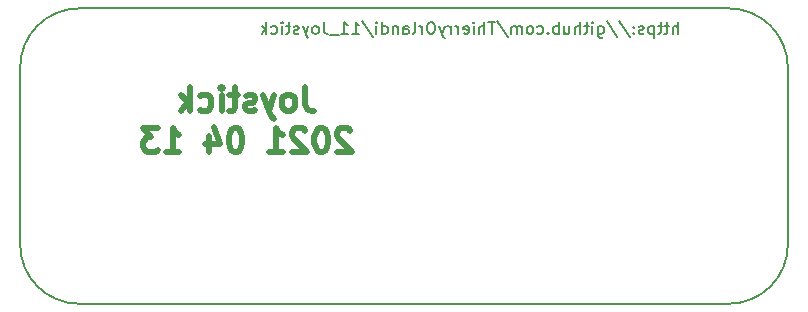
<source format=gbr>
%TF.GenerationSoftware,KiCad,Pcbnew,(5.1.6)-1*%
%TF.CreationDate,2021-04-13T16:40:33+02:00*%
%TF.ProjectId,11_Joystick,31315f4a-6f79-4737-9469-636b2e6b6963,rev?*%
%TF.SameCoordinates,Original*%
%TF.FileFunction,Legend,Bot*%
%TF.FilePolarity,Positive*%
%FSLAX46Y46*%
G04 Gerber Fmt 4.6, Leading zero omitted, Abs format (unit mm)*
G04 Created by KiCad (PCBNEW (5.1.6)-1) date 2021-04-13 16:40:33*
%MOMM*%
%LPD*%
G01*
G04 APERTURE LIST*
%ADD10C,0.500000*%
%ADD11C,0.150000*%
%TA.AperFunction,Profile*%
%ADD12C,0.150000*%
%TD*%
G04 APERTURE END LIST*
D10*
X159104761Y-136654761D02*
X159104761Y-138083333D01*
X159200000Y-138369047D01*
X159390476Y-138559523D01*
X159676190Y-138654761D01*
X159866666Y-138654761D01*
X157866666Y-138654761D02*
X158057142Y-138559523D01*
X158152380Y-138464285D01*
X158247619Y-138273809D01*
X158247619Y-137702380D01*
X158152380Y-137511904D01*
X158057142Y-137416666D01*
X157866666Y-137321428D01*
X157580952Y-137321428D01*
X157390476Y-137416666D01*
X157295238Y-137511904D01*
X157200000Y-137702380D01*
X157200000Y-138273809D01*
X157295238Y-138464285D01*
X157390476Y-138559523D01*
X157580952Y-138654761D01*
X157866666Y-138654761D01*
X156533333Y-137321428D02*
X156057142Y-138654761D01*
X155580952Y-137321428D02*
X156057142Y-138654761D01*
X156247619Y-139130952D01*
X156342857Y-139226190D01*
X156533333Y-139321428D01*
X154914285Y-138559523D02*
X154723809Y-138654761D01*
X154342857Y-138654761D01*
X154152380Y-138559523D01*
X154057142Y-138369047D01*
X154057142Y-138273809D01*
X154152380Y-138083333D01*
X154342857Y-137988095D01*
X154628571Y-137988095D01*
X154819047Y-137892857D01*
X154914285Y-137702380D01*
X154914285Y-137607142D01*
X154819047Y-137416666D01*
X154628571Y-137321428D01*
X154342857Y-137321428D01*
X154152380Y-137416666D01*
X153485714Y-137321428D02*
X152723809Y-137321428D01*
X153200000Y-136654761D02*
X153200000Y-138369047D01*
X153104761Y-138559523D01*
X152914285Y-138654761D01*
X152723809Y-138654761D01*
X152057142Y-138654761D02*
X152057142Y-137321428D01*
X152057142Y-136654761D02*
X152152380Y-136750000D01*
X152057142Y-136845238D01*
X151961904Y-136750000D01*
X152057142Y-136654761D01*
X152057142Y-136845238D01*
X150247619Y-138559523D02*
X150438095Y-138654761D01*
X150819047Y-138654761D01*
X151009523Y-138559523D01*
X151104761Y-138464285D01*
X151200000Y-138273809D01*
X151200000Y-137702380D01*
X151104761Y-137511904D01*
X151009523Y-137416666D01*
X150819047Y-137321428D01*
X150438095Y-137321428D01*
X150247619Y-137416666D01*
X149390476Y-138654761D02*
X149390476Y-136654761D01*
X149200000Y-137892857D02*
X148628571Y-138654761D01*
X148628571Y-137321428D02*
X149390476Y-138083333D01*
X162961904Y-140345238D02*
X162866666Y-140250000D01*
X162676190Y-140154761D01*
X162200000Y-140154761D01*
X162009523Y-140250000D01*
X161914285Y-140345238D01*
X161819047Y-140535714D01*
X161819047Y-140726190D01*
X161914285Y-141011904D01*
X163057142Y-142154761D01*
X161819047Y-142154761D01*
X160580952Y-140154761D02*
X160390476Y-140154761D01*
X160200000Y-140250000D01*
X160104761Y-140345238D01*
X160009523Y-140535714D01*
X159914285Y-140916666D01*
X159914285Y-141392857D01*
X160009523Y-141773809D01*
X160104761Y-141964285D01*
X160200000Y-142059523D01*
X160390476Y-142154761D01*
X160580952Y-142154761D01*
X160771428Y-142059523D01*
X160866666Y-141964285D01*
X160961904Y-141773809D01*
X161057142Y-141392857D01*
X161057142Y-140916666D01*
X160961904Y-140535714D01*
X160866666Y-140345238D01*
X160771428Y-140250000D01*
X160580952Y-140154761D01*
X159152380Y-140345238D02*
X159057142Y-140250000D01*
X158866666Y-140154761D01*
X158390476Y-140154761D01*
X158200000Y-140250000D01*
X158104761Y-140345238D01*
X158009523Y-140535714D01*
X158009523Y-140726190D01*
X158104761Y-141011904D01*
X159247619Y-142154761D01*
X158009523Y-142154761D01*
X156104761Y-142154761D02*
X157247619Y-142154761D01*
X156676190Y-142154761D02*
X156676190Y-140154761D01*
X156866666Y-140440476D01*
X157057142Y-140630952D01*
X157247619Y-140726190D01*
X153342857Y-140154761D02*
X153152380Y-140154761D01*
X152961904Y-140250000D01*
X152866666Y-140345238D01*
X152771428Y-140535714D01*
X152676190Y-140916666D01*
X152676190Y-141392857D01*
X152771428Y-141773809D01*
X152866666Y-141964285D01*
X152961904Y-142059523D01*
X153152380Y-142154761D01*
X153342857Y-142154761D01*
X153533333Y-142059523D01*
X153628571Y-141964285D01*
X153723809Y-141773809D01*
X153819047Y-141392857D01*
X153819047Y-140916666D01*
X153723809Y-140535714D01*
X153628571Y-140345238D01*
X153533333Y-140250000D01*
X153342857Y-140154761D01*
X150961904Y-140821428D02*
X150961904Y-142154761D01*
X151438095Y-140059523D02*
X151914285Y-141488095D01*
X150676190Y-141488095D01*
X147342857Y-142154761D02*
X148485714Y-142154761D01*
X147914285Y-142154761D02*
X147914285Y-140154761D01*
X148104761Y-140440476D01*
X148295238Y-140630952D01*
X148485714Y-140726190D01*
X146676190Y-140154761D02*
X145438095Y-140154761D01*
X146104761Y-140916666D01*
X145819047Y-140916666D01*
X145628571Y-141011904D01*
X145533333Y-141107142D01*
X145438095Y-141297619D01*
X145438095Y-141773809D01*
X145533333Y-141964285D01*
X145628571Y-142059523D01*
X145819047Y-142154761D01*
X146390476Y-142154761D01*
X146580952Y-142059523D01*
X146676190Y-141964285D01*
D11*
X190695238Y-132152380D02*
X190695238Y-131152380D01*
X190266666Y-132152380D02*
X190266666Y-131628571D01*
X190314285Y-131533333D01*
X190409523Y-131485714D01*
X190552380Y-131485714D01*
X190647619Y-131533333D01*
X190695238Y-131580952D01*
X189933333Y-131485714D02*
X189552380Y-131485714D01*
X189790476Y-131152380D02*
X189790476Y-132009523D01*
X189742857Y-132104761D01*
X189647619Y-132152380D01*
X189552380Y-132152380D01*
X189361904Y-131485714D02*
X188980952Y-131485714D01*
X189219047Y-131152380D02*
X189219047Y-132009523D01*
X189171428Y-132104761D01*
X189076190Y-132152380D01*
X188980952Y-132152380D01*
X188647619Y-131485714D02*
X188647619Y-132485714D01*
X188647619Y-131533333D02*
X188552380Y-131485714D01*
X188361904Y-131485714D01*
X188266666Y-131533333D01*
X188219047Y-131580952D01*
X188171428Y-131676190D01*
X188171428Y-131961904D01*
X188219047Y-132057142D01*
X188266666Y-132104761D01*
X188361904Y-132152380D01*
X188552380Y-132152380D01*
X188647619Y-132104761D01*
X187790476Y-132104761D02*
X187695238Y-132152380D01*
X187504761Y-132152380D01*
X187409523Y-132104761D01*
X187361904Y-132009523D01*
X187361904Y-131961904D01*
X187409523Y-131866666D01*
X187504761Y-131819047D01*
X187647619Y-131819047D01*
X187742857Y-131771428D01*
X187790476Y-131676190D01*
X187790476Y-131628571D01*
X187742857Y-131533333D01*
X187647619Y-131485714D01*
X187504761Y-131485714D01*
X187409523Y-131533333D01*
X186933333Y-132057142D02*
X186885714Y-132104761D01*
X186933333Y-132152380D01*
X186980952Y-132104761D01*
X186933333Y-132057142D01*
X186933333Y-132152380D01*
X186933333Y-131533333D02*
X186885714Y-131580952D01*
X186933333Y-131628571D01*
X186980952Y-131580952D01*
X186933333Y-131533333D01*
X186933333Y-131628571D01*
X185742857Y-131104761D02*
X186600000Y-132390476D01*
X184695238Y-131104761D02*
X185552380Y-132390476D01*
X183933333Y-131485714D02*
X183933333Y-132295238D01*
X183980952Y-132390476D01*
X184028571Y-132438095D01*
X184123809Y-132485714D01*
X184266666Y-132485714D01*
X184361904Y-132438095D01*
X183933333Y-132104761D02*
X184028571Y-132152380D01*
X184219047Y-132152380D01*
X184314285Y-132104761D01*
X184361904Y-132057142D01*
X184409523Y-131961904D01*
X184409523Y-131676190D01*
X184361904Y-131580952D01*
X184314285Y-131533333D01*
X184219047Y-131485714D01*
X184028571Y-131485714D01*
X183933333Y-131533333D01*
X183457142Y-132152380D02*
X183457142Y-131485714D01*
X183457142Y-131152380D02*
X183504761Y-131200000D01*
X183457142Y-131247619D01*
X183409523Y-131200000D01*
X183457142Y-131152380D01*
X183457142Y-131247619D01*
X183123809Y-131485714D02*
X182742857Y-131485714D01*
X182980952Y-131152380D02*
X182980952Y-132009523D01*
X182933333Y-132104761D01*
X182838095Y-132152380D01*
X182742857Y-132152380D01*
X182409523Y-132152380D02*
X182409523Y-131152380D01*
X181980952Y-132152380D02*
X181980952Y-131628571D01*
X182028571Y-131533333D01*
X182123809Y-131485714D01*
X182266666Y-131485714D01*
X182361904Y-131533333D01*
X182409523Y-131580952D01*
X181076190Y-131485714D02*
X181076190Y-132152380D01*
X181504761Y-131485714D02*
X181504761Y-132009523D01*
X181457142Y-132104761D01*
X181361904Y-132152380D01*
X181219047Y-132152380D01*
X181123809Y-132104761D01*
X181076190Y-132057142D01*
X180600000Y-132152380D02*
X180600000Y-131152380D01*
X180600000Y-131533333D02*
X180504761Y-131485714D01*
X180314285Y-131485714D01*
X180219047Y-131533333D01*
X180171428Y-131580952D01*
X180123809Y-131676190D01*
X180123809Y-131961904D01*
X180171428Y-132057142D01*
X180219047Y-132104761D01*
X180314285Y-132152380D01*
X180504761Y-132152380D01*
X180600000Y-132104761D01*
X179695238Y-132057142D02*
X179647619Y-132104761D01*
X179695238Y-132152380D01*
X179742857Y-132104761D01*
X179695238Y-132057142D01*
X179695238Y-132152380D01*
X178790476Y-132104761D02*
X178885714Y-132152380D01*
X179076190Y-132152380D01*
X179171428Y-132104761D01*
X179219047Y-132057142D01*
X179266666Y-131961904D01*
X179266666Y-131676190D01*
X179219047Y-131580952D01*
X179171428Y-131533333D01*
X179076190Y-131485714D01*
X178885714Y-131485714D01*
X178790476Y-131533333D01*
X178219047Y-132152380D02*
X178314285Y-132104761D01*
X178361904Y-132057142D01*
X178409523Y-131961904D01*
X178409523Y-131676190D01*
X178361904Y-131580952D01*
X178314285Y-131533333D01*
X178219047Y-131485714D01*
X178076190Y-131485714D01*
X177980952Y-131533333D01*
X177933333Y-131580952D01*
X177885714Y-131676190D01*
X177885714Y-131961904D01*
X177933333Y-132057142D01*
X177980952Y-132104761D01*
X178076190Y-132152380D01*
X178219047Y-132152380D01*
X177457142Y-132152380D02*
X177457142Y-131485714D01*
X177457142Y-131580952D02*
X177409523Y-131533333D01*
X177314285Y-131485714D01*
X177171428Y-131485714D01*
X177076190Y-131533333D01*
X177028571Y-131628571D01*
X177028571Y-132152380D01*
X177028571Y-131628571D02*
X176980952Y-131533333D01*
X176885714Y-131485714D01*
X176742857Y-131485714D01*
X176647619Y-131533333D01*
X176600000Y-131628571D01*
X176600000Y-132152380D01*
X175409523Y-131104761D02*
X176266666Y-132390476D01*
X175219047Y-131152380D02*
X174647619Y-131152380D01*
X174933333Y-132152380D02*
X174933333Y-131152380D01*
X174314285Y-132152380D02*
X174314285Y-131152380D01*
X173885714Y-132152380D02*
X173885714Y-131628571D01*
X173933333Y-131533333D01*
X174028571Y-131485714D01*
X174171428Y-131485714D01*
X174266666Y-131533333D01*
X174314285Y-131580952D01*
X173409523Y-132152380D02*
X173409523Y-131485714D01*
X173409523Y-131152380D02*
X173457142Y-131200000D01*
X173409523Y-131247619D01*
X173361904Y-131200000D01*
X173409523Y-131152380D01*
X173409523Y-131247619D01*
X172552380Y-132104761D02*
X172647619Y-132152380D01*
X172838095Y-132152380D01*
X172933333Y-132104761D01*
X172980952Y-132009523D01*
X172980952Y-131628571D01*
X172933333Y-131533333D01*
X172838095Y-131485714D01*
X172647619Y-131485714D01*
X172552380Y-131533333D01*
X172504761Y-131628571D01*
X172504761Y-131723809D01*
X172980952Y-131819047D01*
X172076190Y-132152380D02*
X172076190Y-131485714D01*
X172076190Y-131676190D02*
X172028571Y-131580952D01*
X171980952Y-131533333D01*
X171885714Y-131485714D01*
X171790476Y-131485714D01*
X171457142Y-132152380D02*
X171457142Y-131485714D01*
X171457142Y-131676190D02*
X171409523Y-131580952D01*
X171361904Y-131533333D01*
X171266666Y-131485714D01*
X171171428Y-131485714D01*
X170933333Y-131485714D02*
X170695238Y-132152380D01*
X170457142Y-131485714D02*
X170695238Y-132152380D01*
X170790476Y-132390476D01*
X170838095Y-132438095D01*
X170933333Y-132485714D01*
X169885714Y-131152380D02*
X169695238Y-131152380D01*
X169600000Y-131200000D01*
X169504761Y-131295238D01*
X169457142Y-131485714D01*
X169457142Y-131819047D01*
X169504761Y-132009523D01*
X169600000Y-132104761D01*
X169695238Y-132152380D01*
X169885714Y-132152380D01*
X169980952Y-132104761D01*
X170076190Y-132009523D01*
X170123809Y-131819047D01*
X170123809Y-131485714D01*
X170076190Y-131295238D01*
X169980952Y-131200000D01*
X169885714Y-131152380D01*
X169028571Y-132152380D02*
X169028571Y-131485714D01*
X169028571Y-131676190D02*
X168980952Y-131580952D01*
X168933333Y-131533333D01*
X168838095Y-131485714D01*
X168742857Y-131485714D01*
X168266666Y-132152380D02*
X168361904Y-132104761D01*
X168409523Y-132009523D01*
X168409523Y-131152380D01*
X167457142Y-132152380D02*
X167457142Y-131628571D01*
X167504761Y-131533333D01*
X167600000Y-131485714D01*
X167790476Y-131485714D01*
X167885714Y-131533333D01*
X167457142Y-132104761D02*
X167552380Y-132152380D01*
X167790476Y-132152380D01*
X167885714Y-132104761D01*
X167933333Y-132009523D01*
X167933333Y-131914285D01*
X167885714Y-131819047D01*
X167790476Y-131771428D01*
X167552380Y-131771428D01*
X167457142Y-131723809D01*
X166980952Y-131485714D02*
X166980952Y-132152380D01*
X166980952Y-131580952D02*
X166933333Y-131533333D01*
X166838095Y-131485714D01*
X166695238Y-131485714D01*
X166600000Y-131533333D01*
X166552380Y-131628571D01*
X166552380Y-132152380D01*
X165647619Y-132152380D02*
X165647619Y-131152380D01*
X165647619Y-132104761D02*
X165742857Y-132152380D01*
X165933333Y-132152380D01*
X166028571Y-132104761D01*
X166076190Y-132057142D01*
X166123809Y-131961904D01*
X166123809Y-131676190D01*
X166076190Y-131580952D01*
X166028571Y-131533333D01*
X165933333Y-131485714D01*
X165742857Y-131485714D01*
X165647619Y-131533333D01*
X165171428Y-132152380D02*
X165171428Y-131485714D01*
X165171428Y-131152380D02*
X165219047Y-131200000D01*
X165171428Y-131247619D01*
X165123809Y-131200000D01*
X165171428Y-131152380D01*
X165171428Y-131247619D01*
X163980952Y-131104761D02*
X164838095Y-132390476D01*
X163123809Y-132152380D02*
X163695238Y-132152380D01*
X163409523Y-132152380D02*
X163409523Y-131152380D01*
X163504761Y-131295238D01*
X163600000Y-131390476D01*
X163695238Y-131438095D01*
X162171428Y-132152380D02*
X162742857Y-132152380D01*
X162457142Y-132152380D02*
X162457142Y-131152380D01*
X162552380Y-131295238D01*
X162647619Y-131390476D01*
X162742857Y-131438095D01*
X161980952Y-132247619D02*
X161219047Y-132247619D01*
X160695238Y-131152380D02*
X160695238Y-131866666D01*
X160742857Y-132009523D01*
X160838095Y-132104761D01*
X160980952Y-132152380D01*
X161076190Y-132152380D01*
X160076190Y-132152380D02*
X160171428Y-132104761D01*
X160219047Y-132057142D01*
X160266666Y-131961904D01*
X160266666Y-131676190D01*
X160219047Y-131580952D01*
X160171428Y-131533333D01*
X160076190Y-131485714D01*
X159933333Y-131485714D01*
X159838095Y-131533333D01*
X159790476Y-131580952D01*
X159742857Y-131676190D01*
X159742857Y-131961904D01*
X159790476Y-132057142D01*
X159838095Y-132104761D01*
X159933333Y-132152380D01*
X160076190Y-132152380D01*
X159409523Y-131485714D02*
X159171428Y-132152380D01*
X158933333Y-131485714D02*
X159171428Y-132152380D01*
X159266666Y-132390476D01*
X159314285Y-132438095D01*
X159409523Y-132485714D01*
X158600000Y-132104761D02*
X158504761Y-132152380D01*
X158314285Y-132152380D01*
X158219047Y-132104761D01*
X158171428Y-132009523D01*
X158171428Y-131961904D01*
X158219047Y-131866666D01*
X158314285Y-131819047D01*
X158457142Y-131819047D01*
X158552380Y-131771428D01*
X158600000Y-131676190D01*
X158600000Y-131628571D01*
X158552380Y-131533333D01*
X158457142Y-131485714D01*
X158314285Y-131485714D01*
X158219047Y-131533333D01*
X157885714Y-131485714D02*
X157504761Y-131485714D01*
X157742857Y-131152380D02*
X157742857Y-132009523D01*
X157695238Y-132104761D01*
X157600000Y-132152380D01*
X157504761Y-132152380D01*
X157171428Y-132152380D02*
X157171428Y-131485714D01*
X157171428Y-131152380D02*
X157219047Y-131200000D01*
X157171428Y-131247619D01*
X157123809Y-131200000D01*
X157171428Y-131152380D01*
X157171428Y-131247619D01*
X156266666Y-132104761D02*
X156361904Y-132152380D01*
X156552380Y-132152380D01*
X156647619Y-132104761D01*
X156695238Y-132057142D01*
X156742857Y-131961904D01*
X156742857Y-131676190D01*
X156695238Y-131580952D01*
X156647619Y-131533333D01*
X156552380Y-131485714D01*
X156361904Y-131485714D01*
X156266666Y-131533333D01*
X155838095Y-132152380D02*
X155838095Y-131152380D01*
X155742857Y-131771428D02*
X155457142Y-132152380D01*
X155457142Y-131485714D02*
X155838095Y-131866666D01*
D12*
X140000000Y-130000000D02*
X195000000Y-130000000D01*
X195000000Y-130000000D02*
G75*
G02*
X200000000Y-135000000I0J-5000000D01*
G01*
X200000000Y-150000000D02*
G75*
G02*
X195000000Y-155000000I-5000000J0D01*
G01*
X140000000Y-155000000D02*
G75*
G02*
X135000000Y-150000000I0J5000000D01*
G01*
X135000000Y-135000000D02*
G75*
G02*
X140000000Y-130000000I5000000J0D01*
G01*
X135000000Y-150000000D02*
X135000000Y-135000000D01*
X195000000Y-155000000D02*
X140000000Y-155000000D01*
X200000000Y-135000000D02*
X200000000Y-150000000D01*
M02*

</source>
